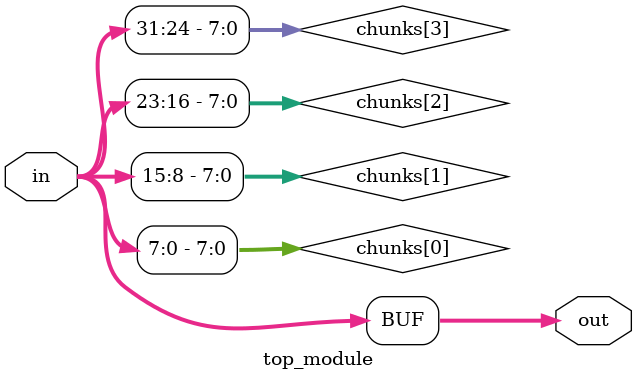
<source format=sv>
module top_module (
	input [31:0] in,
	output [31:0] out
);

	// Internal wire declarations 
	wire [7:0] chunks [3:0];

	// Assigning chunks of input to output
	assign chunks[0] = in[7:0];
	assign chunks[1] = in[15:8];
	assign chunks[2] = in[23:16];
	assign chunks[3] = in[31:24];
	
	// Concatenating chunks to form output
	assign out = {chunks[3], chunks[2], chunks[1], chunks[0]};
	
endmodule

</source>
